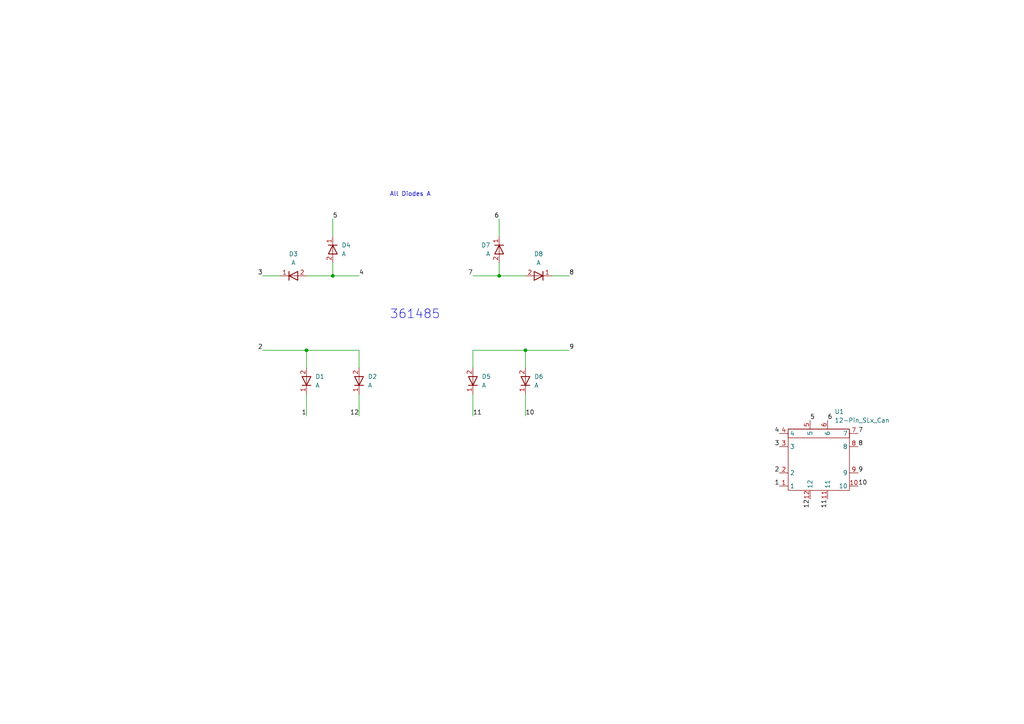
<source format=kicad_sch>
(kicad_sch (version 20211123) (generator eeschema)
  (paper "A4")
  (lib_symbols
    (symbol "IBM_SLT-SLD:12-Pin_SLx_Can"
      (property "Reference" "U" (at 0 -2.54 0))
      (property "Value" "12-Pin_SLx_Can" (at 0 0 0))
      (symbol "12-Pin_SLx_Can_0_1"
        (rectangle (start -8.89 8.89) (end 8.89 -8.89))
        (rectangle (start -8.89 8.89) (end 8.89 6.35))
      )
      (symbol "12-Pin_SLx_Can_1_1"
        (pin passive line (at -11.43 -7.62 0) (length 2.54) (name "1") (number "1"))
        (pin passive line (at 11.43 -7.62 180) (length 2.54) (name "10") (number "10"))
        (pin passive line (at 2.54 -11.43 90) (length 2.54) (name "11") (number "11"))
        (pin passive line (at -2.54 -11.43 90) (length 2.54) (name "12") (number "12"))
        (pin passive line (at -11.43 -3.81 0) (length 2.54) (name "2") (number "2"))
        (pin passive line (at -11.43 3.81 0) (length 2.54) (name "3") (number "3"))
        (pin passive line (at -11.43 7.62 0) (length 2.54) (name "4") (number "4"))
        (pin passive line (at -2.54 11.43 270) (length 2.54) (name "5") (number "5"))
        (pin passive line (at 2.54 11.43 270) (length 2.54) (name "6") (number "6"))
        (pin passive line (at 11.43 7.62 180) (length 2.54) (name "7") (number "7"))
        (pin passive line (at 11.43 3.81 180) (length 2.54) (name "8") (number "8"))
        (pin passive line (at 11.43 -3.81 180) (length 2.54) (name "9") (number "9"))
      )
    )
    (symbol "IBM_SLT-SLD:IBM_Diode"
      (property "Reference" "D" (at 0 5.08 0))
      (property "Value" "IBM_Diode" (at 0 2.54 0))
      (symbol "IBM_Diode_0_1"
        (polyline (pts (xy -1.27 1.27) (xy -1.27 -1.27)) (stroke (width 0.254)))
        (polyline (pts (xy 1.27 0) (xy -1.27 0)))
        (polyline (pts (xy 1.27 1.27) (xy 1.27 -1.27) (xy -1.27 0) (xy 1.27 1.27)) (stroke (width 0.254)))
      )
      (symbol "IBM_Diode_1_1"
        (pin passive line (at -3.81 0 0) (length 2.54) (name "K") (number "1"))
        (pin passive line (at 3.81 0 180) (length 2.54) (name "A") (number "2"))
      )
    )
  )
  (junction (at 96.52 80.01))
  (junction (at 152.4 101.6))
  (junction (at 88.9 101.6))
  (junction (at 144.78 80.01))
  (wire (pts (xy 152.4 114.3) (xy 152.4 120.65)))
  (wire (pts (xy 96.52 63.5) (xy 96.52 68.58)))
  (wire (pts (xy 144.78 63.5) (xy 144.78 68.58)))
  (wire (pts (xy 88.9 80.01) (xy 96.52 80.01)))
  (wire (pts (xy 137.16 114.3) (xy 137.16 120.65)))
  (wire (pts (xy 165.1 101.6) (xy 152.4 101.6)))
  (wire (pts (xy 152.4 80.01) (xy 144.78 80.01)))
  (wire (pts (xy 96.52 80.01) (xy 104.14 80.01)))
  (wire (pts (xy 137.16 106.68) (xy 137.16 101.6)))
  (wire (pts (xy 88.9 101.6) (xy 88.9 106.68)))
  (wire (pts (xy 104.14 106.68) (xy 104.14 101.6)))
  (wire (pts (xy 152.4 101.6) (xy 137.16 101.6)))
  (wire (pts (xy 104.14 114.3) (xy 104.14 120.65)))
  (wire (pts (xy 144.78 76.2) (xy 144.78 80.01)))
  (wire (pts (xy 76.2 101.6) (xy 88.9 101.6)))
  (wire (pts (xy 144.78 80.01) (xy 137.16 80.01)))
  (wire (pts (xy 96.52 76.2) (xy 96.52 80.01)))
  (wire (pts (xy 76.2 80.01) (xy 81.28 80.01)))
  (wire (pts (xy 88.9 114.3) (xy 88.9 120.65)))
  (wire (pts (xy 88.9 101.6) (xy 104.14 101.6)))
  (wire (pts (xy 152.4 101.6) (xy 152.4 106.68)))
  (wire (pts (xy 160.02 80.01) (xy 165.1 80.01)))
  (text "361485" (at 113.03 92.71 0) (effects (font (size 2.54 2.54)) (justify left bottom)))
  (text "All Diodes A" (at 113.03 57.15 0) (effects (font (size 1.27 1.27)) (justify left bottom)))
  (label "9" (at 248.92 137.16 0))
  (label "7" (at 248.92 125.73 0))
  (label "2" (at 76.2 101.6 180))
  (label "5" (at 234.95 121.92 0))
  (label "8" (at 165.1 80.01 0))
  (label "11" (at 240.03 144.78 270))
  (label "10" (at 152.4 120.65 0))
  (label "4" (at 226.06 125.73 180))
  (label "10" (at 248.92 140.97 0))
  (label "3" (at 226.06 129.54 180))
  (label "11" (at 137.16 120.65 0))
  (label "8" (at 248.92 129.54 0))
  (label "9" (at 165.1 101.6 0))
  (label "12" (at 104.14 120.65 180))
  (label "1" (at 226.06 140.97 180))
  (label "4" (at 104.14 80.01 0))
  (label "1" (at 88.9 120.65 180))
  (label "12" (at 234.95 144.78 270))
  (label "5" (at 96.52 63.5 0))
  (label "6" (at 144.78 63.5 180))
  (label "2" (at 226.06 137.16 180))
  (label "7" (at 137.16 80.01 180))
  (label "3" (at 76.2 80.01 180))
  (label "6" (at 240.03 121.92 0))
  (symbol (lib_id "IBM_SLT-SLD:IBM_Diode") (at 96.52 72.39 270) (unit 1)
    (property "Reference" "D4" (at 99.06 71.1199 90) (effects (justify left)))
    (property "Value" "A" (at 99.06 73.6599 90) (effects (justify left)))
    (property "Footprint" "Diode_SMD:D_0201_0603Metric" (effects hide))
  )
  (symbol (lib_id "IBM_SLT-SLD:IBM_Diode") (at 104.14 110.49 90) (unit 1)
    (property "Reference" "D2" (at 106.68 109.2199 90) (effects (justify right)))
    (property "Value" "A" (at 106.68 111.7599 90) (effects (justify right)))
    (property "Footprint" "Diode_SMD:D_0201_0603Metric" (effects hide))
  )
  (symbol (lib_id "IBM_SLT-SLD:IBM_Diode") (at 144.78 72.39 90) (mirror x) (unit 1)
    (property "Reference" "D7" (at 142.24 71.1199 90) (effects (justify left)))
    (property "Value" "A" (at 142.24 73.6599 90) (effects (justify left)))
    (property "Footprint" "Diode_SMD:D_0201_0603Metric" (effects hide))
  )
  (symbol (lib_id "IBM_SLT-SLD:12-Pin_SLx_Can") (at 237.49 133.35 0) (unit 1)
    (property "Reference" "U1" (at 242.0494 119.38 0) (effects (justify left)))
    (property "Value" "12-Pin_SLx_Can" (at 242.0494 121.92 0) (effects (justify left)))
    (property "Footprint" "IBM_SLT-SLD:12-Pin_SLx_Can" (effects hide))
  )
  (symbol (lib_id "IBM_SLT-SLD:IBM_Diode") (at 88.9 110.49 90) (unit 1)
    (property "Reference" "D1" (at 91.44 109.2199 90) (effects (justify right)))
    (property "Value" "A" (at 91.44 111.7599 90) (effects (justify right)))
    (property "Footprint" "Diode_SMD:D_0201_0603Metric" (effects hide))
  )
  (symbol (lib_id "IBM_SLT-SLD:IBM_Diode") (at 156.21 80.01 180) (unit 1)
    (property "Reference" "D8" (at 156.21 73.66 0))
    (property "Value" "A" (at 156.21 76.2 0))
    (property "Footprint" "Diode_SMD:D_0201_0603Metric" (effects hide))
  )
  (symbol (lib_id "IBM_SLT-SLD:IBM_Diode") (at 85.09 80.01 0) (unit 1)
    (property "Reference" "D3" (at 85.09 73.66 0))
    (property "Value" "A" (at 85.09 76.2 0))
    (property "Footprint" "Diode_SMD:D_0201_0603Metric" (effects hide))
  )
  (symbol (lib_id "IBM_SLT-SLD:IBM_Diode") (at 137.16 110.49 90) (unit 1)
    (property "Reference" "D5" (at 139.7 109.2199 90) (effects (justify right)))
    (property "Value" "A" (at 139.7 111.7599 90) (effects (justify right)))
    (property "Footprint" "Diode_SMD:D_0201_0603Metric" (effects hide))
  )
  (symbol (lib_id "IBM_SLT-SLD:IBM_Diode") (at 152.4 110.49 90) (unit 1)
    (property "Reference" "D6" (at 154.94 109.2199 90) (effects (justify right)))
    (property "Value" "A" (at 154.94 111.7599 90) (effects (justify right)))
    (property "Footprint" "Diode_SMD:D_0201_0603Metric" (effects hide))
  )
)
</source>
